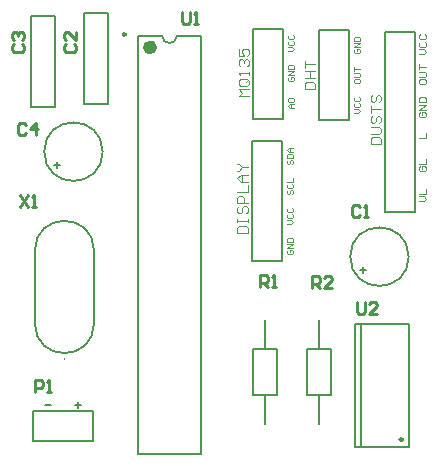
<source format=gbr>
G04*
G04 #@! TF.GenerationSoftware,Altium Limited,Altium Designer,22.4.2 (48)*
G04*
G04 Layer_Color=65535*
%FSLAX25Y25*%
%MOIN*%
G70*
G04*
G04 #@! TF.SameCoordinates,58CDF047-041F-4824-80A0-4C5186096447*
G04*
G04*
G04 #@! TF.FilePolarity,Positive*
G04*
G01*
G75*
%ADD10C,0.00394*%
%ADD11C,0.00787*%
%ADD12C,0.00984*%
%ADD13C,0.02362*%
%ADD14C,0.01000*%
D10*
X123500Y378221D02*
G03*
X123500Y378614I0J197D01*
G01*
D02*
G03*
X123500Y378221I0J-197D01*
G01*
X181064Y420394D02*
X184606D01*
Y422165D01*
X184016Y422755D01*
X181655D01*
X181064Y422165D01*
Y420394D01*
Y423936D02*
Y425117D01*
Y424526D01*
X184606D01*
Y423936D01*
Y425117D01*
X181655Y429249D02*
X181064Y428659D01*
Y427478D01*
X181655Y426888D01*
X182245D01*
X182835Y427478D01*
Y428659D01*
X183426Y429249D01*
X184016D01*
X184606Y428659D01*
Y427478D01*
X184016Y426888D01*
X184606Y430430D02*
X181064D01*
Y432201D01*
X181655Y432791D01*
X182835D01*
X183426Y432201D01*
Y430430D01*
X181064Y433972D02*
X184606D01*
Y436333D01*
Y437514D02*
X182245D01*
X181064Y438695D01*
X182245Y439876D01*
X184606D01*
X182835D01*
Y437514D01*
X181064Y441056D02*
X181655D01*
X182835Y442237D01*
X181655Y443418D01*
X181064D01*
X182835Y442237D02*
X184606D01*
X197940Y414727D02*
X197607Y414393D01*
Y413727D01*
X197940Y413394D01*
X199273D01*
X199606Y413727D01*
Y414393D01*
X199273Y414727D01*
X198607D01*
Y414060D01*
X199606Y415393D02*
X197607D01*
X199606Y416726D01*
X197607D01*
Y417392D02*
X199606D01*
Y418392D01*
X199273Y418725D01*
X197940D01*
X197607Y418392D01*
Y417392D01*
Y423394D02*
X198940D01*
X199606Y424060D01*
X198940Y424727D01*
X197607D01*
X197940Y426726D02*
X197607Y426393D01*
Y425726D01*
X197940Y425393D01*
X199273D01*
X199606Y425726D01*
Y426393D01*
X199273Y426726D01*
X197940Y428725D02*
X197607Y428392D01*
Y427726D01*
X197940Y427392D01*
X199273D01*
X199606Y427726D01*
Y428392D01*
X199273Y428725D01*
X197940Y434727D02*
X197607Y434393D01*
Y433727D01*
X197940Y433394D01*
X198273D01*
X198607Y433727D01*
Y434393D01*
X198940Y434727D01*
X199273D01*
X199606Y434393D01*
Y433727D01*
X199273Y433394D01*
X197940Y436726D02*
X197607Y436393D01*
Y435726D01*
X197940Y435393D01*
X199273D01*
X199606Y435726D01*
Y436393D01*
X199273Y436726D01*
X197607Y437392D02*
X199606D01*
Y438725D01*
X197940Y444727D02*
X197607Y444393D01*
Y443727D01*
X197940Y443394D01*
X198273D01*
X198607Y443727D01*
Y444393D01*
X198940Y444727D01*
X199273D01*
X199606Y444393D01*
Y443727D01*
X199273Y443394D01*
X197607Y445393D02*
X199606D01*
Y446393D01*
X199273Y446726D01*
X197940D01*
X197607Y446393D01*
Y445393D01*
X199606Y447392D02*
X198273D01*
X197607Y448059D01*
X198273Y448725D01*
X199606D01*
X198607D01*
Y447392D01*
X198107Y480894D02*
X199440D01*
X200106Y481560D01*
X199440Y482227D01*
X198107D01*
X198440Y484226D02*
X198107Y483893D01*
Y483226D01*
X198440Y482893D01*
X199773D01*
X200106Y483226D01*
Y483893D01*
X199773Y484226D01*
X198440Y486225D02*
X198107Y485892D01*
Y485226D01*
X198440Y484892D01*
X199773D01*
X200106Y485226D01*
Y485892D01*
X199773Y486225D01*
X198440Y472227D02*
X198107Y471893D01*
Y471227D01*
X198440Y470894D01*
X199773D01*
X200106Y471227D01*
Y471893D01*
X199773Y472227D01*
X199107D01*
Y471560D01*
X200106Y472893D02*
X198107D01*
X200106Y474226D01*
X198107D01*
Y474892D02*
X200106D01*
Y475892D01*
X199773Y476225D01*
X198440D01*
X198107Y475892D01*
Y474892D01*
X200106Y461894D02*
X198773D01*
X198107Y462560D01*
X198773Y463227D01*
X200106D01*
X199107D01*
Y461894D01*
X198440Y463893D02*
X198107Y464226D01*
Y464893D01*
X198440Y465226D01*
X199773D01*
X200106Y464893D01*
Y464226D01*
X199773Y463893D01*
X198440D01*
X185106Y465894D02*
X181564D01*
X182745Y467074D01*
X181564Y468255D01*
X185106D01*
X184516Y471797D02*
X182155D01*
X181564Y471207D01*
Y470026D01*
X182155Y469436D01*
X184516D01*
X185106Y470026D01*
Y471207D01*
X183926Y470617D02*
X185106Y471797D01*
Y471207D02*
X184516Y471797D01*
X185106Y472978D02*
Y474159D01*
Y473568D01*
X181564D01*
X182155Y472978D01*
Y475930D02*
X181564Y476520D01*
Y477701D01*
X182155Y478291D01*
X182745D01*
X183335Y477701D01*
Y477110D01*
Y477701D01*
X183926Y478291D01*
X184516D01*
X185106Y477701D01*
Y476520D01*
X184516Y475930D01*
X181564Y481833D02*
Y479472D01*
X183335D01*
X182745Y480653D01*
Y481243D01*
X183335Y481833D01*
X184516D01*
X185106Y481243D01*
Y480062D01*
X184516Y479472D01*
X241607Y430894D02*
X243273D01*
X244106Y431727D01*
X243273Y432560D01*
X241607D01*
Y433393D02*
X244106D01*
Y435059D01*
X242024Y442560D02*
X241607Y442143D01*
Y441310D01*
X242024Y440894D01*
X243690D01*
X244106Y441310D01*
Y442143D01*
X243690Y442560D01*
X242857D01*
Y441727D01*
X241607Y443393D02*
X244106D01*
Y445059D01*
X241607Y451894D02*
X244106D01*
Y453560D01*
X242024Y460560D02*
X241607Y460143D01*
Y459310D01*
X242024Y458894D01*
X243690D01*
X244106Y459310D01*
Y460143D01*
X243690Y460560D01*
X242857D01*
Y459727D01*
X244106Y461393D02*
X241607D01*
X244106Y463059D01*
X241607D01*
Y463892D02*
X244106D01*
Y465142D01*
X243690Y465558D01*
X242024D01*
X241607Y465142D01*
Y463892D01*
Y471143D02*
Y470310D01*
X242024Y469894D01*
X243690D01*
X244106Y470310D01*
Y471143D01*
X243690Y471560D01*
X242024D01*
X241607Y471143D01*
Y472393D02*
X243690D01*
X244106Y472809D01*
Y473642D01*
X243690Y474059D01*
X241607D01*
Y474892D02*
Y476558D01*
Y475725D01*
X244106D01*
X241607Y479894D02*
X243273D01*
X244106Y480727D01*
X243273Y481560D01*
X241607D01*
X242024Y484059D02*
X241607Y483642D01*
Y482809D01*
X242024Y482393D01*
X243690D01*
X244106Y482809D01*
Y483642D01*
X243690Y484059D01*
X242024Y486558D02*
X241607Y486142D01*
Y485309D01*
X242024Y484892D01*
X243690D01*
X244106Y485309D01*
Y486142D01*
X243690Y486558D01*
X225564Y449894D02*
X229106D01*
Y451665D01*
X228516Y452255D01*
X226154D01*
X225564Y451665D01*
Y449894D01*
Y453436D02*
X228516D01*
X229106Y454026D01*
Y455207D01*
X228516Y455797D01*
X225564D01*
X226154Y459339D02*
X225564Y458749D01*
Y457568D01*
X226154Y456978D01*
X226745D01*
X227335Y457568D01*
Y458749D01*
X227926Y459339D01*
X228516D01*
X229106Y458749D01*
Y457568D01*
X228516Y456978D01*
X225564Y460520D02*
Y462882D01*
Y461701D01*
X229106D01*
X226154Y466424D02*
X225564Y465833D01*
Y464653D01*
X226154Y464062D01*
X226745D01*
X227335Y464653D01*
Y465833D01*
X227926Y466424D01*
X228516D01*
X229106Y465833D01*
Y464653D01*
X228516Y464062D01*
X203564Y468394D02*
X207106D01*
Y470165D01*
X206516Y470755D01*
X204154D01*
X203564Y470165D01*
Y468394D01*
Y471936D02*
X207106D01*
X205335D01*
Y474297D01*
X203564D01*
X207106D01*
X203564Y475478D02*
Y477839D01*
Y476659D01*
X207106D01*
X220107Y460394D02*
X221440D01*
X222106Y461060D01*
X221440Y461727D01*
X220107D01*
X220440Y463726D02*
X220107Y463393D01*
Y462726D01*
X220440Y462393D01*
X221773D01*
X222106Y462726D01*
Y463393D01*
X221773Y463726D01*
X220440Y465725D02*
X220107Y465392D01*
Y464726D01*
X220440Y464392D01*
X221773D01*
X222106Y464726D01*
Y465392D01*
X221773Y465725D01*
X220107Y471393D02*
Y470727D01*
X220440Y470394D01*
X221773D01*
X222106Y470727D01*
Y471393D01*
X221773Y471727D01*
X220440D01*
X220107Y471393D01*
Y472393D02*
X221773D01*
X222106Y472726D01*
Y473393D01*
X221773Y473726D01*
X220107D01*
Y474392D02*
Y475725D01*
Y475059D01*
X222106D01*
X220440Y481727D02*
X220107Y481393D01*
Y480727D01*
X220440Y480394D01*
X221773D01*
X222106Y480727D01*
Y481393D01*
X221773Y481727D01*
X221107D01*
Y481060D01*
X222106Y482393D02*
X220107D01*
X222106Y483726D01*
X220107D01*
Y484392D02*
X222106D01*
Y485392D01*
X221773Y485725D01*
X220440D01*
X220107Y485392D01*
Y484392D01*
D11*
X133343Y414598D02*
G03*
X113657Y414598I-9843J0D01*
G01*
Y390189D02*
G03*
X133343Y390189I9843J0D01*
G01*
X156000Y486185D02*
G03*
X161000Y486185I2500J0D01*
G01*
X238250Y412500D02*
G03*
X238250Y412500I-9750J0D01*
G01*
X136250Y447500D02*
G03*
X136250Y447500I-9750J0D01*
G01*
X113657Y390189D02*
Y414598D01*
X133343Y390189D02*
Y414598D01*
X186000Y451000D02*
X196000D01*
X186000Y411000D02*
Y451000D01*
X196000Y411000D02*
Y451000D01*
X186000Y411000D02*
X196000D01*
X186000D02*
Y451000D01*
X196000Y411000D02*
Y451000D01*
X186000Y411000D02*
X196000D01*
X222248Y349028D02*
Y389972D01*
X220280Y349028D02*
X238390D01*
Y349028D02*
Y389972D01*
X220280D02*
X238390D01*
X220280Y349028D02*
Y389972D01*
X117000Y363000D02*
X119000D01*
X127000D02*
X129000D01*
X128000Y362000D02*
Y364000D01*
X117000Y363000D02*
X119000D01*
X127000D02*
X129000D01*
X128000Y362000D02*
Y364000D01*
X117000Y363000D02*
X119000D01*
X127000D02*
X129000D01*
X128000Y362000D02*
Y364000D01*
X117000Y363000D02*
X119000D01*
X127000D02*
X129000D01*
X128000Y362000D02*
Y364000D01*
X113000Y351000D02*
X133000D01*
X113000D02*
Y361000D01*
X133000D01*
Y351000D02*
Y361000D01*
X186500Y458500D02*
X196500D01*
Y488500D01*
X186500D02*
X196500D01*
X186500Y458500D02*
Y488500D01*
Y458500D02*
X196500D01*
Y488500D01*
X186500Y458500D02*
Y488500D01*
X230500Y427500D02*
X240500D01*
Y487500D01*
X230500D02*
X240500D01*
X230500Y427500D02*
Y487500D01*
X190500Y381744D02*
X194500D01*
Y366323D02*
Y381744D01*
X186500Y366323D02*
X194500D01*
X186500D02*
Y381744D01*
X190500D01*
Y356579D02*
Y366323D01*
Y381744D02*
Y391488D01*
X208500Y381744D02*
X212500D01*
Y366323D02*
Y381744D01*
X204500Y366323D02*
X212500D01*
X204500D02*
Y381744D01*
X208500D01*
Y356579D02*
Y366323D01*
Y381744D02*
Y391488D01*
X148067Y346815D02*
X168933D01*
X161000Y486185D02*
X168933D01*
X148067D02*
X156000D01*
X168933Y346815D02*
Y486185D01*
X148067Y346815D02*
Y486185D01*
X130000Y463315D02*
Y493815D01*
Y463315D02*
X138000D01*
Y493815D01*
X130000D02*
X138000D01*
X112500Y462315D02*
Y492815D01*
Y462315D02*
X120500D01*
Y492815D01*
X112500D02*
X120500D01*
X222000Y408000D02*
X224000D01*
X223000Y407000D02*
Y409000D01*
X120000Y443000D02*
X122000D01*
X121000Y442000D02*
Y444000D01*
X208500Y458000D02*
Y488000D01*
X218500Y458000D02*
Y488000D01*
X208500Y458000D02*
X218500D01*
X208500D02*
Y488000D01*
X218500D01*
Y458000D02*
Y488000D01*
X208500Y458000D02*
X218500D01*
D12*
X236323Y351587D02*
G03*
X236323Y351587I-492J0D01*
G01*
X143992Y486618D02*
G03*
X143992Y486618I-492J0D01*
G01*
D13*
X153185Y482248D02*
G03*
X153185Y482248I-1181J0D01*
G01*
D14*
X206168Y402001D02*
Y405999D01*
X208167D01*
X208834Y405333D01*
Y404000D01*
X208167Y403334D01*
X206168D01*
X207501D02*
X208834Y402001D01*
X212832D02*
X210167D01*
X212832Y404666D01*
Y405333D01*
X212166Y405999D01*
X210833D01*
X210167Y405333D01*
X110834Y456333D02*
X110167Y456999D01*
X108834D01*
X108168Y456333D01*
Y453667D01*
X108834Y453001D01*
X110167D01*
X110834Y453667D01*
X114166Y453001D02*
Y456999D01*
X112167Y455000D01*
X114832D01*
X113600Y367400D02*
Y371399D01*
X115599D01*
X116266Y370732D01*
Y369399D01*
X115599Y368733D01*
X113600D01*
X117599Y367400D02*
X118932D01*
X118265D01*
Y371399D01*
X117599Y370732D01*
X108834Y432999D02*
X111500Y429001D01*
Y432999D02*
X108834Y429001D01*
X112833D02*
X114166D01*
X113499D01*
Y432999D01*
X112833Y432333D01*
X220900Y397399D02*
Y394066D01*
X221566Y393400D01*
X222899D01*
X223566Y394066D01*
Y397399D01*
X227565Y393400D02*
X224899D01*
X227565Y396066D01*
Y396732D01*
X226898Y397399D01*
X225565D01*
X224899Y396732D01*
X162834Y493999D02*
Y490667D01*
X163501Y490001D01*
X164833D01*
X165500Y490667D01*
Y493999D01*
X166833Y490001D02*
X168166D01*
X167499D01*
Y493999D01*
X166833Y493333D01*
X188834Y402501D02*
Y406499D01*
X190833D01*
X191500Y405833D01*
Y404500D01*
X190833Y403834D01*
X188834D01*
X190167D02*
X191500Y402501D01*
X192833D02*
X194166D01*
X193499D01*
Y406499D01*
X192833Y405833D01*
X106667Y483334D02*
X106001Y482667D01*
Y481334D01*
X106667Y480668D01*
X109333D01*
X109999Y481334D01*
Y482667D01*
X109333Y483334D01*
X106667Y484666D02*
X106001Y485333D01*
Y486666D01*
X106667Y487332D01*
X107334D01*
X108000Y486666D01*
Y485999D01*
Y486666D01*
X108667Y487332D01*
X109333D01*
X109999Y486666D01*
Y485333D01*
X109333Y484666D01*
X124167Y483334D02*
X123501Y482667D01*
Y481334D01*
X124167Y480668D01*
X126833D01*
X127499Y481334D01*
Y482667D01*
X126833Y483334D01*
X127499Y487332D02*
Y484666D01*
X124834Y487332D01*
X124167D01*
X123501Y486666D01*
Y485333D01*
X124167Y484666D01*
X222066Y428932D02*
X221399Y429599D01*
X220066D01*
X219400Y428932D01*
Y426266D01*
X220066Y425600D01*
X221399D01*
X222066Y426266D01*
X223399Y425600D02*
X224732D01*
X224065D01*
Y429599D01*
X223399Y428932D01*
M02*

</source>
